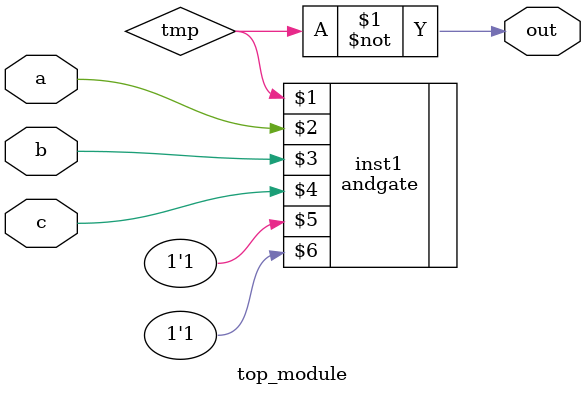
<source format=v>
module top_module (input a, input b, input c, output out);//
    wire tmp;
    andgate inst1 ( tmp, a, b, c, 1'b1,1'b1 );
	assign out = ~tmp;
endmodule

</source>
